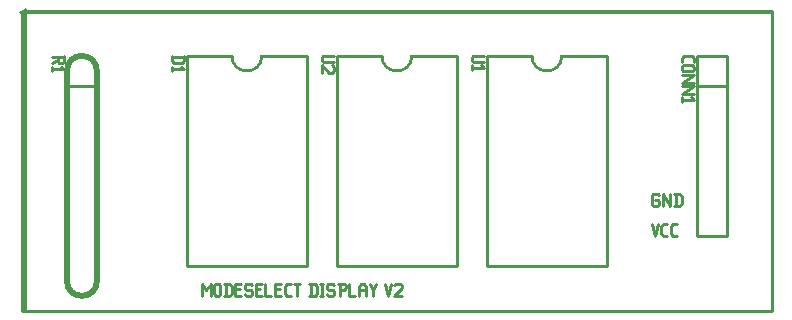
<source format=gbr>
G04 start of page 13 for group -4079 idx -4079 *
G04 Title: (unknown), topsilk *
G04 Creator: pcb 4.2.2 *
G04 CreationDate: Sat Jul 27 20:57:17 2024 UTC *
G04 For: electronics *
G04 Format: Gerber/RS-274X *
G04 PCB-Dimensions (mil): 2500.00 1000.00 *
G04 PCB-Coordinate-Origin: lower left *
%MOIN*%
%FSLAX25Y25*%
%LNTOPSILK*%
%ADD71C,0.0200*%
%ADD70C,0.0100*%
G54D70*X0Y100000D02*Y0D01*
Y100000D02*X250000D01*
X0Y0D02*X250000D01*
Y100000D02*Y0D01*
Y100000D02*Y0D01*
X0D01*
X-500Y99500D02*X249500D01*
X967Y505D02*Y100505D01*
X60000Y9000D02*Y5000D01*
Y9000D02*X61500Y7000D01*
X63000Y9000D01*
Y5000D01*
X64200Y8500D02*Y5500D01*
Y8500D02*X64700Y9000D01*
X65700D01*
X66200Y8500D01*
Y5500D01*
X65700Y5000D02*X66200Y5500D01*
X64700Y5000D02*X65700D01*
X64200Y5500D02*X64700Y5000D01*
X67900Y9000D02*Y5000D01*
X69200Y9000D02*X69900Y8300D01*
Y5700D01*
X69200Y5000D02*X69900Y5700D01*
X67400Y5000D02*X69200D01*
X67400Y9000D02*X69200D01*
X71100Y7200D02*X72600D01*
X71100Y5000D02*X73100D01*
X71100Y9000D02*Y5000D01*
Y9000D02*X73100D01*
X76300D02*X76800Y8500D01*
X74800Y9000D02*X76300D01*
X74300Y8500D02*X74800Y9000D01*
X74300Y8500D02*Y7500D01*
X74800Y7000D01*
X76300D01*
X76800Y6500D01*
Y5500D01*
X76300Y5000D02*X76800Y5500D01*
X74800Y5000D02*X76300D01*
X74300Y5500D02*X74800Y5000D01*
X78000Y7200D02*X79500D01*
X78000Y5000D02*X80000D01*
X78000Y9000D02*Y5000D01*
Y9000D02*X80000D01*
X81200D02*Y5000D01*
X83200D01*
X84400Y7200D02*X85900D01*
X84400Y5000D02*X86400D01*
X84400Y9000D02*Y5000D01*
Y9000D02*X86400D01*
X88300Y5000D02*X89600D01*
X87600Y5700D02*X88300Y5000D01*
X87600Y8300D02*Y5700D01*
Y8300D02*X88300Y9000D01*
X89600D01*
X90800D02*X92800D01*
X91800D02*Y5000D01*
X96300Y9000D02*Y5000D01*
X97600Y9000D02*X98300Y8300D01*
Y5700D01*
X97600Y5000D02*X98300Y5700D01*
X95800Y5000D02*X97600D01*
X95800Y9000D02*X97600D01*
X99500D02*X100500D01*
X100000D02*Y5000D01*
X99500D02*X100500D01*
X103700Y9000D02*X104200Y8500D01*
X102200Y9000D02*X103700D01*
X101700Y8500D02*X102200Y9000D01*
X101700Y8500D02*Y7500D01*
X102200Y7000D01*
X103700D01*
X104200Y6500D01*
Y5500D01*
X103700Y5000D02*X104200Y5500D01*
X102200Y5000D02*X103700D01*
X101700Y5500D02*X102200Y5000D01*
X105900Y9000D02*Y5000D01*
X105400Y9000D02*X107400D01*
X107900Y8500D01*
Y7500D01*
X107400Y7000D02*X107900Y7500D01*
X105900Y7000D02*X107400D01*
X109100Y9000D02*Y5000D01*
X111100D01*
X112300Y8000D02*Y5000D01*
Y8000D02*X113000Y9000D01*
X114100D01*
X114800Y8000D01*
Y5000D01*
X112300Y7000D02*X114800D01*
X116000Y9000D02*X117000Y7000D01*
X118000Y9000D01*
X117000Y7000D02*Y5000D01*
X121000Y9000D02*X122000Y5000D01*
X123000Y9000D01*
X124200Y8500D02*X124700Y9000D01*
X126200D01*
X126700Y8500D01*
Y7500D01*
X124200Y5000D02*X126700Y7500D01*
X124200Y5000D02*X126700D01*
X212000Y39000D02*X212500Y38500D01*
X210500Y39000D02*X212000D01*
X210000Y38500D02*X210500Y39000D01*
X210000Y38500D02*Y35500D01*
X210500Y35000D01*
X212000D01*
X212500Y35500D01*
Y36500D02*Y35500D01*
X212000Y37000D02*X212500Y36500D01*
X211000Y37000D02*X212000D01*
X213700Y39000D02*Y35000D01*
Y39000D02*X216200Y35000D01*
Y39000D02*Y35000D01*
X217900Y39000D02*Y35000D01*
X219200Y39000D02*X219900Y38300D01*
Y35700D01*
X219200Y35000D02*X219900Y35700D01*
X217400Y35000D02*X219200D01*
X217400Y39000D02*X219200D01*
X210000Y29000D02*X211000Y25000D01*
X212000Y29000D01*
X213900Y25000D02*X215200D01*
X213200Y25700D02*X213900Y25000D01*
X213200Y28300D02*Y25700D01*
Y28300D02*X213900Y29000D01*
X215200D01*
X217100Y25000D02*X218400D01*
X216400Y25700D02*X217100Y25000D01*
X216400Y28300D02*Y25700D01*
Y28300D02*X217100Y29000D01*
X218400D01*
G54D71*X15000Y80000D02*Y10000D01*
X25000Y80000D02*Y10000D01*
G54D70*X15000Y75000D02*X25000D01*
G54D71*Y80000D02*G75*G03X15000Y80000I-5000J0D01*G01*
Y10000D02*G75*G03X25000Y10000I5000J0D01*G01*
G54D70*X225000Y85000D02*Y25000D01*
X235000D01*
Y85000D01*
X225000D01*
Y75000D02*X235000D01*
Y85000D01*
X55000D02*Y15000D01*
X95000D01*
Y85000D01*
X55000D02*X70000D01*
X80000D02*X95000D01*
X70000D02*G75*G03X80000Y85000I5000J0D01*G01*
X105000D02*Y15000D01*
X145000D01*
Y85000D01*
X105000D02*X120000D01*
X130000D02*X145000D01*
X120000D02*G75*G03X130000Y85000I5000J0D01*G01*
X155000D02*Y15000D01*
X195000D01*
Y85000D01*
X155000D02*X170000D01*
X180000D02*X195000D01*
X170000D02*G75*G03X180000Y85000I5000J0D01*G01*
X14000D02*Y83000D01*
X13500Y82500D01*
X12500D02*X13500D01*
X12000Y83000D02*X12500Y82500D01*
X12000Y84500D02*Y83000D01*
X10000Y84500D02*X14000D01*
X12000Y83700D02*X10000Y82500D01*
X13200Y81300D02*X14000Y80500D01*
X10000D02*X14000D01*
X10000Y81300D02*Y79800D01*
X220000Y84300D02*Y83000D01*
X220700Y85000D02*X220000Y84300D01*
X220700Y85000D02*X223300D01*
X224000Y84300D01*
Y83000D01*
X220500Y81800D02*X223500D01*
X224000Y81300D01*
Y80300D01*
X223500Y79800D01*
X220500D02*X223500D01*
X220000Y80300D02*X220500Y79800D01*
X220000Y81300D02*Y80300D01*
X220500Y81800D02*X220000Y81300D01*
Y78600D02*X224000D01*
X220000Y76100D01*
X224000D01*
X220000Y74900D02*X224000D01*
X220000Y72400D01*
X224000D01*
X223200Y71200D02*X224000Y70400D01*
X220000D02*X224000D01*
X220000Y71200D02*Y69700D01*
X50000Y84500D02*X54000D01*
Y83200D02*X53300Y82500D01*
X50700D02*X53300D01*
X50000Y83200D02*X50700Y82500D01*
X50000Y85000D02*Y83200D01*
X54000Y85000D02*Y83200D01*
X53200Y81300D02*X54000Y80500D01*
X50000D02*X54000D01*
X50000Y81300D02*Y79800D01*
X100500Y85000D02*X104000D01*
X100500D02*X100000Y84500D01*
Y83500D01*
X100500Y83000D01*
X104000D01*
X103500Y81800D02*X104000Y81300D01*
Y79800D01*
X103500Y79300D01*
X102500D02*X103500D01*
X100000Y81800D02*X102500Y79300D01*
X100000Y81800D02*Y79300D01*
X150500Y85000D02*X154000D01*
X150500D02*X150000Y84500D01*
Y83500D01*
X150500Y83000D01*
X154000D01*
X153200Y81800D02*X154000Y81000D01*
X150000D02*X154000D01*
X150000Y81800D02*Y80300D01*
M02*

</source>
